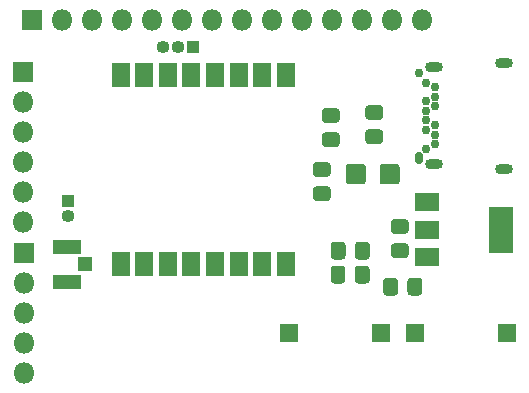
<source format=gbr>
%TF.GenerationSoftware,KiCad,Pcbnew,(5.1.6)-1*%
%TF.CreationDate,2020-08-27T20:14:34+02:00*%
%TF.ProjectId,ESP32_TFT_Board,45535033-325f-4544-9654-5f426f617264,rev?*%
%TF.SameCoordinates,Original*%
%TF.FileFunction,Soldermask,Top*%
%TF.FilePolarity,Negative*%
%FSLAX46Y46*%
G04 Gerber Fmt 4.6, Leading zero omitted, Abs format (unit mm)*
G04 Created by KiCad (PCBNEW (5.1.6)-1) date 2020-08-27 20:14:34*
%MOMM*%
%LPD*%
G01*
G04 APERTURE LIST*
%ADD10O,1.100000X1.100000*%
%ADD11R,1.100000X1.100000*%
%ADD12O,1.800000X1.800000*%
%ADD13R,1.800000X1.800000*%
%ADD14R,1.600000X1.600000*%
%ADD15R,1.600000X2.100000*%
%ADD16R,2.100000X1.600000*%
%ADD17R,2.100000X3.900000*%
%ADD18R,1.200000X1.150000*%
%ADD19R,2.350000X1.200000*%
%ADD20C,0.750000*%
%ADD21O,0.750000X1.050000*%
%ADD22O,1.500000X0.900000*%
G04 APERTURE END LIST*
D10*
%TO.C,J7*%
X93446600Y-76428600D03*
D11*
X93446600Y-75158600D03*
%TD*%
D12*
%TO.C,J5*%
X89715340Y-89733120D03*
X89715340Y-87193120D03*
X89715340Y-84653120D03*
X89715340Y-82113120D03*
D13*
X89715340Y-79573120D03*
%TD*%
D12*
%TO.C,J4*%
X89662000Y-76962000D03*
X89662000Y-74422000D03*
X89662000Y-71882000D03*
X89662000Y-69342000D03*
X89662000Y-66802000D03*
D13*
X89662000Y-64262000D03*
%TD*%
D10*
%TO.C,J6*%
X101473000Y-62103000D03*
X102743000Y-62103000D03*
D11*
X104013000Y-62103000D03*
%TD*%
%TO.C,R6*%
G36*
G01*
X116175262Y-68561000D02*
X115218738Y-68561000D01*
G75*
G02*
X114947000Y-68289262I0J271738D01*
G01*
X114947000Y-67582738D01*
G75*
G02*
X115218738Y-67311000I271738J0D01*
G01*
X116175262Y-67311000D01*
G75*
G02*
X116447000Y-67582738I0J-271738D01*
G01*
X116447000Y-68289262D01*
G75*
G02*
X116175262Y-68561000I-271738J0D01*
G01*
G37*
G36*
G01*
X116175262Y-70611000D02*
X115218738Y-70611000D01*
G75*
G02*
X114947000Y-70339262I0J271738D01*
G01*
X114947000Y-69632738D01*
G75*
G02*
X115218738Y-69361000I271738J0D01*
G01*
X116175262Y-69361000D01*
G75*
G02*
X116447000Y-69632738I0J-271738D01*
G01*
X116447000Y-70339262D01*
G75*
G02*
X116175262Y-70611000I-271738J0D01*
G01*
G37*
%TD*%
D14*
%TO.C,SW2*%
X130646000Y-86360000D03*
X122846000Y-86360000D03*
%TD*%
%TO.C,SW1*%
X119978000Y-86360000D03*
X112178000Y-86360000D03*
%TD*%
D15*
%TO.C,U4*%
X111902000Y-64517000D03*
X109902000Y-64517000D03*
X107902000Y-64517000D03*
X105902000Y-64517000D03*
X103902000Y-64517000D03*
X101902000Y-64517000D03*
X99902000Y-64517000D03*
X97902000Y-64517000D03*
X97902000Y-80517000D03*
X99902000Y-80517000D03*
X101902000Y-80517000D03*
X103902000Y-80517000D03*
X105902000Y-80517000D03*
X107902000Y-80517000D03*
X109902000Y-80517000D03*
X111902000Y-80517000D03*
%TD*%
D16*
%TO.C,U1*%
X123850000Y-75297000D03*
X123850000Y-79897000D03*
X123850000Y-77597000D03*
D17*
X130150000Y-77597000D03*
%TD*%
%TO.C,R10*%
G36*
G01*
X119858262Y-68307000D02*
X118901738Y-68307000D01*
G75*
G02*
X118630000Y-68035262I0J271738D01*
G01*
X118630000Y-67328738D01*
G75*
G02*
X118901738Y-67057000I271738J0D01*
G01*
X119858262Y-67057000D01*
G75*
G02*
X120130000Y-67328738I0J-271738D01*
G01*
X120130000Y-68035262D01*
G75*
G02*
X119858262Y-68307000I-271738J0D01*
G01*
G37*
G36*
G01*
X119858262Y-70357000D02*
X118901738Y-70357000D01*
G75*
G02*
X118630000Y-70085262I0J271738D01*
G01*
X118630000Y-69378738D01*
G75*
G02*
X118901738Y-69107000I271738J0D01*
G01*
X119858262Y-69107000D01*
G75*
G02*
X120130000Y-69378738I0J-271738D01*
G01*
X120130000Y-70085262D01*
G75*
G02*
X119858262Y-70357000I-271738J0D01*
G01*
G37*
%TD*%
%TO.C,R8*%
G36*
G01*
X115413262Y-73133000D02*
X114456738Y-73133000D01*
G75*
G02*
X114185000Y-72861262I0J271738D01*
G01*
X114185000Y-72154738D01*
G75*
G02*
X114456738Y-71883000I271738J0D01*
G01*
X115413262Y-71883000D01*
G75*
G02*
X115685000Y-72154738I0J-271738D01*
G01*
X115685000Y-72861262D01*
G75*
G02*
X115413262Y-73133000I-271738J0D01*
G01*
G37*
G36*
G01*
X115413262Y-75183000D02*
X114456738Y-75183000D01*
G75*
G02*
X114185000Y-74911262I0J271738D01*
G01*
X114185000Y-74204738D01*
G75*
G02*
X114456738Y-73933000I271738J0D01*
G01*
X115413262Y-73933000D01*
G75*
G02*
X115685000Y-74204738I0J-271738D01*
G01*
X115685000Y-74911262D01*
G75*
G02*
X115413262Y-75183000I-271738J0D01*
G01*
G37*
%TD*%
%TO.C,R7*%
G36*
G01*
X116939000Y-80928738D02*
X116939000Y-81885262D01*
G75*
G02*
X116667262Y-82157000I-271738J0D01*
G01*
X115960738Y-82157000D01*
G75*
G02*
X115689000Y-81885262I0J271738D01*
G01*
X115689000Y-80928738D01*
G75*
G02*
X115960738Y-80657000I271738J0D01*
G01*
X116667262Y-80657000D01*
G75*
G02*
X116939000Y-80928738I0J-271738D01*
G01*
G37*
G36*
G01*
X118989000Y-80928738D02*
X118989000Y-81885262D01*
G75*
G02*
X118717262Y-82157000I-271738J0D01*
G01*
X118010738Y-82157000D01*
G75*
G02*
X117739000Y-81885262I0J271738D01*
G01*
X117739000Y-80928738D01*
G75*
G02*
X118010738Y-80657000I271738J0D01*
G01*
X118717262Y-80657000D01*
G75*
G02*
X118989000Y-80928738I0J-271738D01*
G01*
G37*
%TD*%
%TO.C,R5*%
G36*
G01*
X117748000Y-79853262D02*
X117748000Y-78896738D01*
G75*
G02*
X118019738Y-78625000I271738J0D01*
G01*
X118726262Y-78625000D01*
G75*
G02*
X118998000Y-78896738I0J-271738D01*
G01*
X118998000Y-79853262D01*
G75*
G02*
X118726262Y-80125000I-271738J0D01*
G01*
X118019738Y-80125000D01*
G75*
G02*
X117748000Y-79853262I0J271738D01*
G01*
G37*
G36*
G01*
X115698000Y-79853262D02*
X115698000Y-78896738D01*
G75*
G02*
X115969738Y-78625000I271738J0D01*
G01*
X116676262Y-78625000D01*
G75*
G02*
X116948000Y-78896738I0J-271738D01*
G01*
X116948000Y-79853262D01*
G75*
G02*
X116676262Y-80125000I-271738J0D01*
G01*
X115969738Y-80125000D01*
G75*
G02*
X115698000Y-79853262I0J271738D01*
G01*
G37*
%TD*%
D13*
%TO.C,J3*%
X90424000Y-59817000D03*
D12*
X92964000Y-59817000D03*
X95504000Y-59817000D03*
X98044000Y-59817000D03*
X100584000Y-59817000D03*
X103124000Y-59817000D03*
X105664000Y-59817000D03*
X108204000Y-59817000D03*
X110744000Y-59817000D03*
X113284000Y-59817000D03*
X115824000Y-59817000D03*
X118364000Y-59817000D03*
X120904000Y-59817000D03*
X123444000Y-59817000D03*
%TD*%
D18*
%TO.C,J2*%
X94895000Y-80518000D03*
D19*
X93345000Y-79043000D03*
X93345000Y-81993000D03*
%TD*%
D20*
%TO.C,J1*%
X124498000Y-65545000D03*
X124498000Y-66345000D03*
X124498000Y-67145000D03*
X124498000Y-68745000D03*
X124498000Y-69545000D03*
X124498000Y-70345000D03*
X123798000Y-65145000D03*
X123798000Y-66745000D03*
X123798000Y-67545000D03*
X123798000Y-68345000D03*
X123798000Y-69145000D03*
X123798000Y-70745000D03*
X123148000Y-64345000D03*
D21*
X123148000Y-71545000D03*
D22*
X130348000Y-63455000D03*
X130348000Y-72435000D03*
X124398000Y-72075000D03*
X124398000Y-63815000D03*
%TD*%
%TO.C,D2*%
G36*
G01*
X118678000Y-72288625D02*
X118678000Y-73507375D01*
G75*
G02*
X118412375Y-73773000I-265625J0D01*
G01*
X117243625Y-73773000D01*
G75*
G02*
X116978000Y-73507375I0J265625D01*
G01*
X116978000Y-72288625D01*
G75*
G02*
X117243625Y-72023000I265625J0D01*
G01*
X118412375Y-72023000D01*
G75*
G02*
X118678000Y-72288625I0J-265625D01*
G01*
G37*
G36*
G01*
X121528000Y-72288625D02*
X121528000Y-73507375D01*
G75*
G02*
X121262375Y-73773000I-265625J0D01*
G01*
X120093625Y-73773000D01*
G75*
G02*
X119828000Y-73507375I0J265625D01*
G01*
X119828000Y-72288625D01*
G75*
G02*
X120093625Y-72023000I265625J0D01*
G01*
X121262375Y-72023000D01*
G75*
G02*
X121528000Y-72288625I0J-265625D01*
G01*
G37*
%TD*%
%TO.C,C4*%
G36*
G01*
X122017262Y-77959000D02*
X121060738Y-77959000D01*
G75*
G02*
X120789000Y-77687262I0J271738D01*
G01*
X120789000Y-76980738D01*
G75*
G02*
X121060738Y-76709000I271738J0D01*
G01*
X122017262Y-76709000D01*
G75*
G02*
X122289000Y-76980738I0J-271738D01*
G01*
X122289000Y-77687262D01*
G75*
G02*
X122017262Y-77959000I-271738J0D01*
G01*
G37*
G36*
G01*
X122017262Y-80009000D02*
X121060738Y-80009000D01*
G75*
G02*
X120789000Y-79737262I0J271738D01*
G01*
X120789000Y-79030738D01*
G75*
G02*
X121060738Y-78759000I271738J0D01*
G01*
X122017262Y-78759000D01*
G75*
G02*
X122289000Y-79030738I0J-271738D01*
G01*
X122289000Y-79737262D01*
G75*
G02*
X122017262Y-80009000I-271738J0D01*
G01*
G37*
%TD*%
%TO.C,C1*%
G36*
G01*
X121393000Y-81944738D02*
X121393000Y-82901262D01*
G75*
G02*
X121121262Y-83173000I-271738J0D01*
G01*
X120414738Y-83173000D01*
G75*
G02*
X120143000Y-82901262I0J271738D01*
G01*
X120143000Y-81944738D01*
G75*
G02*
X120414738Y-81673000I271738J0D01*
G01*
X121121262Y-81673000D01*
G75*
G02*
X121393000Y-81944738I0J-271738D01*
G01*
G37*
G36*
G01*
X123443000Y-81944738D02*
X123443000Y-82901262D01*
G75*
G02*
X123171262Y-83173000I-271738J0D01*
G01*
X122464738Y-83173000D01*
G75*
G02*
X122193000Y-82901262I0J271738D01*
G01*
X122193000Y-81944738D01*
G75*
G02*
X122464738Y-81673000I271738J0D01*
G01*
X123171262Y-81673000D01*
G75*
G02*
X123443000Y-81944738I0J-271738D01*
G01*
G37*
%TD*%
M02*

</source>
